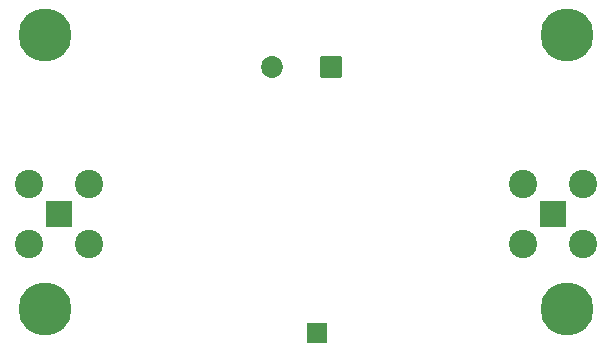
<source format=gbr>
%TF.GenerationSoftware,KiCad,Pcbnew,7.0.5*%
%TF.CreationDate,2023-11-04T20:07:07-04:00*%
%TF.ProjectId,modular,6d6f6475-6c61-4722-9e6b-696361645f70,rev?*%
%TF.SameCoordinates,Original*%
%TF.FileFunction,Soldermask,Bot*%
%TF.FilePolarity,Negative*%
%FSLAX46Y46*%
G04 Gerber Fmt 4.6, Leading zero omitted, Abs format (unit mm)*
G04 Created by KiCad (PCBNEW 7.0.5) date 2023-11-04 20:07:07*
%MOMM*%
%LPD*%
G01*
G04 APERTURE LIST*
G04 Aperture macros list*
%AMRoundRect*
0 Rectangle with rounded corners*
0 $1 Rounding radius*
0 $2 $3 $4 $5 $6 $7 $8 $9 X,Y pos of 4 corners*
0 Add a 4 corners polygon primitive as box body*
4,1,4,$2,$3,$4,$5,$6,$7,$8,$9,$2,$3,0*
0 Add four circle primitives for the rounded corners*
1,1,$1+$1,$2,$3*
1,1,$1+$1,$4,$5*
1,1,$1+$1,$6,$7*
1,1,$1+$1,$8,$9*
0 Add four rect primitives between the rounded corners*
20,1,$1+$1,$2,$3,$4,$5,0*
20,1,$1+$1,$4,$5,$6,$7,0*
20,1,$1+$1,$6,$7,$8,$9,0*
20,1,$1+$1,$8,$9,$2,$3,0*%
G04 Aperture macros list end*
%ADD10C,4.500000*%
%ADD11R,1.700000X1.700000*%
%ADD12RoundRect,0.102000X-0.825000X-0.825000X0.825000X-0.825000X0.825000X0.825000X-0.825000X0.825000X0*%
%ADD13C,1.854000*%
%ADD14R,2.250000X2.250000*%
%ADD15C,2.400000*%
G04 APERTURE END LIST*
D10*
%TO.C,*%
X109030000Y-64500000D03*
%TD*%
%TO.C,*%
X153180000Y-87720000D03*
%TD*%
%TO.C,*%
X153180000Y-64500000D03*
%TD*%
%TO.C,*%
X109030000Y-87720000D03*
%TD*%
D11*
%TO.C,J4*%
X132020000Y-89680000D03*
%TD*%
D12*
%TO.C,J1*%
X133232500Y-67180000D03*
D13*
X128232500Y-67180000D03*
%TD*%
D14*
%TO.C,J2*%
X151985000Y-79680000D03*
D15*
X149445000Y-77140000D03*
X149445000Y-82220000D03*
X154525000Y-82220000D03*
X154525000Y-77140000D03*
%TD*%
D14*
%TO.C,J3*%
X110165000Y-79680000D03*
D15*
X112705000Y-82220000D03*
X112705000Y-77140000D03*
X107625000Y-77140000D03*
X107625000Y-82220000D03*
%TD*%
M02*

</source>
